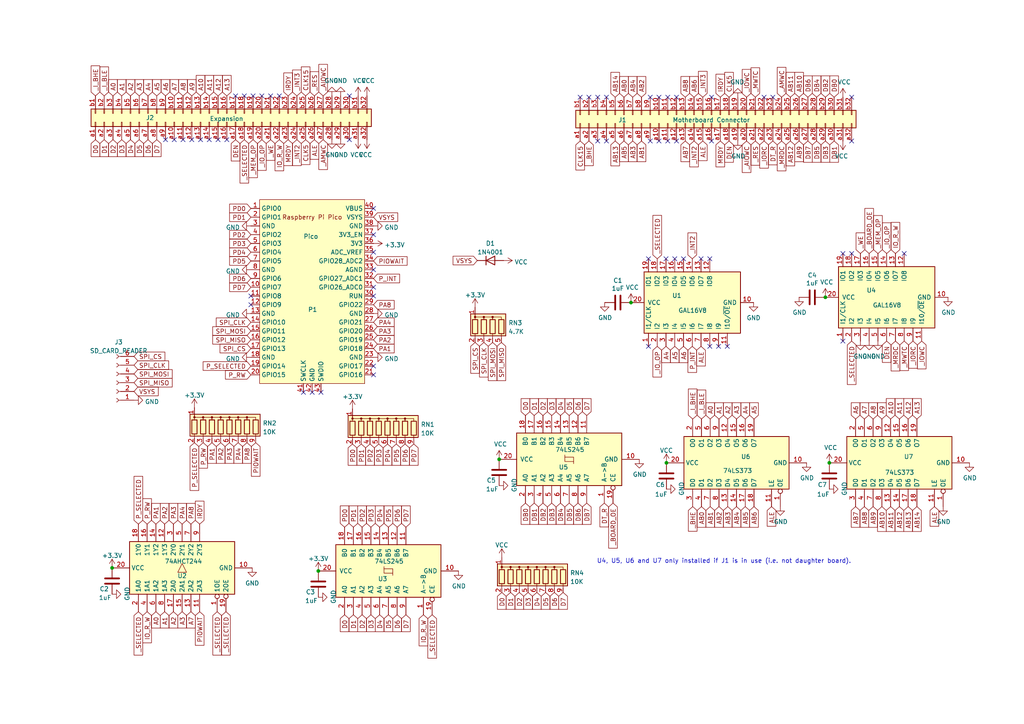
<source format=kicad_sch>
(kicad_sch (version 20211123) (generator eeschema)
  (paper "A4")
  (junction (at 183.007 87.757))
  (junction (at 193.294 134.239))
  (junction (at 144.78 133.223))
  (junction (at 239.395 86.233))
  (junction (at 240.538 134.239))
  (junction (at 92.329 165.608))
  (junction (at 32.512 164.719))
  (no_connect (at 88.011 113.792))
  (no_connect (at 168.275 28.194))
  (no_connect (at 188.087 100.457))
  (no_connect (at 68.326 27.813))
  (no_connect (at 101.346 27.813))
  (no_connect (at 188.595 40.894))
  (no_connect (at 247.015 28.194))
  (no_connect (at 60.706 40.513))
  (no_connect (at 195.707 75.057))
  (no_connect (at 72.771 88.392))
  (no_connect (at 108.331 83.312))
  (no_connect (at 108.331 68.072))
  (no_connect (at 173.355 40.894))
  (no_connect (at 108.331 78.232))
  (no_connect (at 73.406 27.813))
  (no_connect (at 247.015 73.533))
  (no_connect (at 210.947 100.457))
  (no_connect (at 72.771 85.852))
  (no_connect (at 193.675 40.894))
  (no_connect (at 205.867 75.057))
  (no_connect (at 191.135 28.194))
  (no_connect (at 108.331 85.852))
  (no_connect (at 108.331 73.152))
  (no_connect (at 70.866 27.813))
  (no_connect (at 81.026 27.813))
  (no_connect (at 205.867 100.457))
  (no_connect (at 78.486 27.813))
  (no_connect (at 90.551 113.792))
  (no_connect (at 65.786 40.513))
  (no_connect (at 193.167 75.057))
  (no_connect (at 108.331 106.172))
  (no_connect (at 196.215 28.194))
  (no_connect (at 55.626 40.513))
  (no_connect (at 53.086 40.513))
  (no_connect (at 208.407 100.457))
  (no_connect (at 206.375 28.194))
  (no_connect (at 188.087 75.057))
  (no_connect (at 63.246 40.513))
  (no_connect (at 175.895 40.894))
  (no_connect (at 50.546 40.513))
  (no_connect (at 173.355 28.194))
  (no_connect (at 188.595 28.194))
  (no_connect (at 247.015 40.894))
  (no_connect (at 175.895 28.194))
  (no_connect (at 262.255 73.533))
  (no_connect (at 58.166 40.513))
  (no_connect (at 203.327 75.057))
  (no_connect (at 48.006 40.513))
  (no_connect (at 101.346 40.513))
  (no_connect (at 196.215 40.894))
  (no_connect (at 93.091 113.792))
  (no_connect (at 198.247 75.057))
  (no_connect (at 244.475 73.533))
  (no_connect (at 193.675 28.194))
  (no_connect (at 108.331 108.712))
  (no_connect (at 75.946 27.813))
  (no_connect (at 224.155 28.194))
  (no_connect (at 170.815 28.194))
  (no_connect (at 108.331 60.452))
  (no_connect (at 191.135 40.894))
  (no_connect (at 206.375 40.894))
  (no_connect (at 221.615 28.194))
  (no_connect (at 244.475 98.933))
  (text "U4, U5, U6 and U7 only installed if J1 is in use (i.e. not daughter board)." (at 173.101 163.576 0) (effects (font (size 1.27 1.27)) (justify left bottom)))
  (global_label "_SELECTED" (shape input) (at 40.132 177.419 270) (property "Intersheet References" "${INTERSHEET_REFS}" (effects hide)))
  (global_label "DB0" (shape input) (at 152.4 145.923 270) (property "Intersheet References" "${INTERSHEET_REFS}" (effects hide)))
  (global_label "DB5" (shape input) (at 236.855 40.894 270) (property "Intersheet References" "${INTERSHEET_REFS}" (effects hide)))
  (global_label "SPI_MISO" (shape input) (at 38.862 110.998 0) (property "Intersheet References" "${INTERSHEET_REFS}" (effects hide)))
  (global_label "SPI_CLK" (shape input) (at 140.335 99.314 270) (property "Intersheet References" "${INTERSHEET_REFS}" (effects hide)))
  (global_label "_IO_OP" (shape input) (at 75.946 40.513 270) (property "Intersheet References" "${INTERSHEET_REFS}" (effects hide)))
  (global_label "AB1" (shape input) (at 205.994 146.939 270) (property "Intersheet References" "${INTERSHEET_REFS}" (effects hide)))
  (global_label "CLK15" (shape input) (at 88.646 27.813 90) (property "Intersheet References" "${INTERSHEET_REFS}" (effects hide)))
  (global_label "SPI_MOSI" (shape input) (at 142.875 99.314 270) (property "Intersheet References" "${INTERSHEET_REFS}" (effects hide)))
  (global_label "AB9" (shape input) (at 253.238 146.939 270) (property "Intersheet References" "${INTERSHEET_REFS}" (effects hide)))
  (global_label "PA2" (shape input) (at 108.331 98.552 0) (property "Intersheet References" "${INTERSHEET_REFS}" (effects hide)))
  (global_label "AB3" (shape input) (at 211.074 146.939 270) (property "Intersheet References" "${INTERSHEET_REFS}" (effects hide)))
  (global_label "IO_R_W" (shape input) (at 259.715 73.533 90) (property "Intersheet References" "${INTERSHEET_REFS}" (effects hide)))
  (global_label "AB2" (shape input) (at 208.534 146.939 270) (property "Intersheet References" "${INTERSHEET_REFS}" (effects hide)))
  (global_label "PD4" (shape input) (at 112.395 128.778 270) (property "Intersheet References" "${INTERSHEET_REFS}" (effects hide)))
  (global_label "PD0" (shape input) (at 72.771 60.452 180) (property "Intersheet References" "${INTERSHEET_REFS}" (effects hide)))
  (global_label "A11" (shape input) (at 60.706 27.813 90) (property "Intersheet References" "${INTERSHEET_REFS}" (effects hide)))
  (global_label "DEN" (shape input) (at 257.175 98.933 270) (property "Intersheet References" "${INTERSHEET_REFS}" (effects hide)))
  (global_label "SPI_CS" (shape input) (at 137.795 99.314 270) (property "Intersheet References" "${INTERSHEET_REFS}" (effects hide)))
  (global_label "_INT3" (shape input) (at 203.835 28.194 90) (property "Intersheet References" "${INTERSHEET_REFS}" (effects hide)))
  (global_label "AB0" (shape input) (at 203.454 146.939 270) (property "Intersheet References" "${INTERSHEET_REFS}" (effects hide)))
  (global_label "PA3" (shape input) (at 108.331 96.012 0) (property "Intersheet References" "${INTERSHEET_REFS}" (effects hide)))
  (global_label "A9" (shape input) (at 55.626 27.813 90) (property "Intersheet References" "${INTERSHEET_REFS}" (effects hide)))
  (global_label "IRDY" (shape input) (at 83.566 27.813 90) (property "Intersheet References" "${INTERSHEET_REFS}" (effects hide)))
  (global_label "PD2" (shape input) (at 72.771 68.072 180) (property "Intersheet References" "${INTERSHEET_REFS}" (effects hide)))
  (global_label "PD7" (shape input) (at 120.015 128.778 270) (property "Intersheet References" "${INTERSHEET_REFS}" (effects hide)))
  (global_label "P_INT" (shape input) (at 108.331 80.772 0) (property "Intersheet References" "${INTERSHEET_REFS}" (effects hide)))
  (global_label "DEN" (shape input) (at 211.455 40.894 270) (property "Intersheet References" "${INTERSHEET_REFS}" (effects hide)))
  (global_label "_MEM_OP" (shape input) (at 73.406 40.513 270) (property "Intersheet References" "${INTERSHEET_REFS}" (effects hide)))
  (global_label "D7" (shape input) (at 45.466 40.513 270) (property "Intersheet References" "${INTERSHEET_REFS}" (effects hide)))
  (global_label "PD7" (shape input) (at 117.729 152.908 90) (property "Intersheet References" "${INTERSHEET_REFS}" (effects hide)))
  (global_label "_SELECTED" (shape input) (at 247.015 98.933 270) (property "Intersheet References" "${INTERSHEET_REFS}" (effects hide)))
  (global_label "AB10" (shape input) (at 255.778 146.939 270) (property "Intersheet References" "${INTERSHEET_REFS}" (effects hide)))
  (global_label "_SELECTED" (shape input) (at 70.866 40.513 270) (property "Intersheet References" "${INTERSHEET_REFS}" (effects hide)))
  (global_label "PD6" (shape input) (at 72.771 80.772 180) (property "Intersheet References" "${INTERSHEET_REFS}" (effects hide)))
  (global_label "_I_BHE" (shape input) (at 27.686 27.813 90) (property "Intersheet References" "${INTERSHEET_REFS}" (effects hide)))
  (global_label "VSYS" (shape input) (at 38.862 113.538 0) (property "Intersheet References" "${INTERSHEET_REFS}" (effects hide)))
  (global_label "_I_BLE" (shape input) (at 30.226 27.813 90) (property "Intersheet References" "${INTERSHEET_REFS}" (effects hide)))
  (global_label "AB9" (shape input) (at 231.775 40.894 270) (property "Intersheet References" "${INTERSHEET_REFS}" (effects hide)))
  (global_label "AB4" (shape input) (at 183.515 28.194 90) (property "Intersheet References" "${INTERSHEET_REFS}" (effects hide)))
  (global_label "_MRDC" (shape input) (at 226.695 40.894 270) (property "Intersheet References" "${INTERSHEET_REFS}" (effects hide)))
  (global_label "DB5" (shape input) (at 165.1 145.923 270) (property "Intersheet References" "${INTERSHEET_REFS}" (effects hide)))
  (global_label "PD5" (shape input) (at 114.935 128.778 270) (property "Intersheet References" "${INTERSHEET_REFS}" (effects hide)))
  (global_label "VSYS" (shape input) (at 108.331 62.992 0) (property "Intersheet References" "${INTERSHEET_REFS}" (effects hide)))
  (global_label "DB7" (shape input) (at 234.315 40.894 270) (property "Intersheet References" "${INTERSHEET_REFS}" (effects hide)))
  (global_label "D5" (shape input) (at 112.649 178.308 270) (property "Intersheet References" "${INTERSHEET_REFS}" (effects hide)))
  (global_label "AB11" (shape input) (at 229.235 28.194 90) (property "Intersheet References" "${INTERSHEET_REFS}" (effects hide)))
  (global_label "CLK5" (shape input) (at 211.455 28.194 90) (property "Intersheet References" "${INTERSHEET_REFS}" (effects hide)))
  (global_label "DB4" (shape input) (at 236.855 28.194 90) (property "Intersheet References" "${INTERSHEET_REFS}" (effects hide)))
  (global_label "VSYS" (shape input) (at 138.43 75.565 180) (property "Intersheet References" "${INTERSHEET_REFS}" (effects hide)))
  (global_label "A1" (shape input) (at 47.752 177.419 270) (property "Intersheet References" "${INTERSHEET_REFS}" (effects hide)))
  (global_label "D2" (shape input) (at 157.48 120.523 90) (property "Intersheet References" "${INTERSHEET_REFS}" (effects hide)))
  (global_label "A8" (shape input) (at 253.238 121.539 90) (property "Intersheet References" "${INTERSHEET_REFS}" (effects hide)))
  (global_label "PD4" (shape input) (at 72.771 73.152 180) (property "Intersheet References" "${INTERSHEET_REFS}" (effects hide)))
  (global_label "SPI_MISO" (shape input) (at 72.771 98.552 180) (property "Intersheet References" "${INTERSHEET_REFS}" (effects hide)))
  (global_label "AB12" (shape input) (at 260.858 146.939 270) (property "Intersheet References" "${INTERSHEET_REFS}" (effects hide)))
  (global_label "DB4" (shape input) (at 162.56 145.923 270) (property "Intersheet References" "${INTERSHEET_REFS}" (effects hide)))
  (global_label "A6" (shape input) (at 48.006 27.813 90) (property "Intersheet References" "${INTERSHEET_REFS}" (effects hide)))
  (global_label "PIOWAIT" (shape input) (at 74.168 128.397 270) (property "Intersheet References" "${INTERSHEET_REFS}" (effects hide)))
  (global_label "AB13" (shape input) (at 263.398 146.939 270) (property "Intersheet References" "${INTERSHEET_REFS}" (effects hide)))
  (global_label "P_RW" (shape input) (at 42.672 152.019 90) (property "Intersheet References" "${INTERSHEET_REFS}" (effects hide)))
  (global_label "AB0" (shape input) (at 180.975 28.194 90) (property "Intersheet References" "${INTERSHEET_REFS}" (effects hide)))
  (global_label "MRDY" (shape input) (at 83.566 40.513 270) (property "Intersheet References" "${INTERSHEET_REFS}" (effects hide)))
  (global_label "PA8" (shape input) (at 55.372 152.019 90) (property "Intersheet References" "${INTERSHEET_REFS}" (effects hide)))
  (global_label "P_SELECTED" (shape input) (at 56.388 128.397 270) (property "Intersheet References" "${INTERSHEET_REFS}" (effects hide)))
  (global_label "DB0" (shape input) (at 241.935 28.194 90) (property "Intersheet References" "${INTERSHEET_REFS}" (effects hide)))
  (global_label "AB14" (shape input) (at 178.435 28.194 90) (property "Intersheet References" "${INTERSHEET_REFS}" (effects hide)))
  (global_label "PD5" (shape input) (at 72.771 75.692 180) (property "Intersheet References" "${INTERSHEET_REFS}" (effects hide)))
  (global_label "DB1" (shape input) (at 241.935 40.894 270) (property "Intersheet References" "${INTERSHEET_REFS}" (effects hide)))
  (global_label "SPI_MOSI" (shape input) (at 72.771 96.012 180) (property "Intersheet References" "${INTERSHEET_REFS}" (effects hide)))
  (global_label "_MEM_OP" (shape input) (at 254.635 73.533 90) (property "Intersheet References" "${INTERSHEET_REFS}" (effects hide)))
  (global_label "ALE" (shape input) (at 203.835 40.894 270) (property "Intersheet References" "${INTERSHEET_REFS}" (effects hide)))
  (global_label "_BOARD_OE" (shape input) (at 177.8 145.923 270) (property "Intersheet References" "${INTERSHEET_REFS}" (effects hide)))
  (global_label "D7" (shape input) (at 170.18 120.523 90) (property "Intersheet References" "${INTERSHEET_REFS}" (effects hide)))
  (global_label "D5" (shape input) (at 158.242 171.831 270) (property "Intersheet References" "${INTERSHEET_REFS}" (effects hide)))
  (global_label "A0" (shape input) (at 205.994 121.539 90) (property "Intersheet References" "${INTERSHEET_REFS}" (effects hide)))
  (global_label "D0" (shape input) (at 27.686 40.513 270) (property "Intersheet References" "${INTERSHEET_REFS}" (effects hide)))
  (global_label "PD1" (shape input) (at 104.775 128.778 270) (property "Intersheet References" "${INTERSHEET_REFS}" (effects hide)))
  (global_label "PD2" (shape input) (at 107.315 128.778 270) (property "Intersheet References" "${INTERSHEET_REFS}" (effects hide)))
  (global_label "DT_R" (shape input) (at 224.155 40.894 270) (property "Intersheet References" "${INTERSHEET_REFS}" (effects hide)))
  (global_label "_RES" (shape input) (at 219.075 40.894 270) (property "Intersheet References" "${INTERSHEET_REFS}" (effects hide)))
  (global_label "D1" (shape input) (at 148.082 171.831 270) (property "Intersheet References" "${INTERSHEET_REFS}" (effects hide)))
  (global_label "DEN" (shape input) (at 68.326 40.513 270) (property "Intersheet References" "${INTERSHEET_REFS}" (effects hide)))
  (global_label "D4" (shape input) (at 37.846 40.513 270) (property "Intersheet References" "${INTERSHEET_REFS}" (effects hide)))
  (global_label "A12" (shape input) (at 263.398 121.539 90) (property "Intersheet References" "${INTERSHEET_REFS}" (effects hide)))
  (global_label "PD1" (shape input) (at 72.771 62.992 180) (property "Intersheet References" "${INTERSHEET_REFS}" (effects hide)))
  (global_label "A1" (shape input) (at 35.306 27.813 90) (property "Intersheet References" "${INTERSHEET_REFS}" (effects hide)))
  (global_label "DB2" (shape input) (at 157.48 145.923 270) (property "Intersheet References" "${INTERSHEET_REFS}" (effects hide)))
  (global_label "PA1" (shape input) (at 61.468 128.397 270) (property "Intersheet References" "${INTERSHEET_REFS}" (effects hide)))
  (global_label "PA8" (shape input) (at 71.628 128.397 270) (property "Intersheet References" "${INTERSHEET_REFS}" (effects hide)))
  (global_label "AB1" (shape input) (at 186.055 40.894 270) (property "Intersheet References" "${INTERSHEET_REFS}" (effects hide)))
  (global_label "A7" (shape input) (at 250.698 121.539 90) (property "Intersheet References" "${INTERSHEET_REFS}" (effects hide)))
  (global_label "AB6" (shape input) (at 201.295 28.194 90) (property "Intersheet References" "${INTERSHEET_REFS}" (effects hide)))
  (global_label "DB1" (shape input) (at 154.94 145.923 270) (property "Intersheet References" "${INTERSHEET_REFS}" (effects hide)))
  (global_label "PD5" (shape input) (at 112.649 152.908 90) (property "Intersheet References" "${INTERSHEET_REFS}" (effects hide)))
  (global_label "A6" (shape input) (at 248.158 121.539 90) (property "Intersheet References" "${INTERSHEET_REFS}" (effects hide)))
  (global_label "_IO_OP" (shape input) (at 257.175 73.533 90) (property "Intersheet References" "${INTERSHEET_REFS}" (effects hide)))
  (global_label "_SELECTED" (shape input) (at 125.349 178.308 270) (property "Intersheet References" "${INTERSHEET_REFS}" (effects hide)))
  (global_label "ALE" (shape input) (at 203.327 100.457 270) (property "Intersheet References" "${INTERSHEET_REFS}" (effects hide)))
  (global_label "A6" (shape input) (at 198.247 100.457 270) (property "Intersheet References" "${INTERSHEET_REFS}" (effects hide)))
  (global_label "DB6" (shape input) (at 234.315 28.194 90) (property "Intersheet References" "${INTERSHEET_REFS}" (effects hide)))
  (global_label "PD1" (shape input) (at 102.489 152.908 90) (property "Intersheet References" "${INTERSHEET_REFS}" (effects hide)))
  (global_label "_BHE" (shape input) (at 200.914 146.939 270) (property "Intersheet References" "${INTERSHEET_REFS}" (effects hide)))
  (global_label "D0" (shape input) (at 145.542 171.831 270) (property "Intersheet References" "${INTERSHEET_REFS}" (effects hide)))
  (global_label "PIOWAIT" (shape input) (at 108.331 75.692 0) (property "Intersheet References" "${INTERSHEET_REFS}" (effects hide)))
  (global_label "_INT3" (shape input) (at 86.106 27.813 90) (property "Intersheet References" "${INTERSHEET_REFS}" (effects hide)))
  (global_label "A13" (shape input) (at 65.786 27.813 90) (property "Intersheet References" "${INTERSHEET_REFS}" (effects hide)))
  (global_label "A10" (shape input) (at 258.318 121.539 90) (property "Intersheet References" "${INTERSHEET_REFS}" (effects hide)))
  (global_label "AB12" (shape input) (at 229.235 40.894 270) (property "Intersheet References" "${INTERSHEET_REFS}" (effects hide)))
  (global_label "D5" (shape input) (at 165.1 120.523 90) (property "Intersheet References" "${INTERSHEET_REFS}" (effects hide)))
  (global_label "PD7" (shape input) (at 72.771 83.312 180) (property "Intersheet References" "${INTERSHEET_REFS}" (effects hide)))
  (global_label "PD6" (shape input) (at 115.189 152.908 90) (property "Intersheet References" "${INTERSHEET_REFS}" (effects hide)))
  (global_label "D6" (shape input) (at 160.782 171.831 270) (property "Intersheet References" "${INTERSHEET_REFS}" (effects hide)))
  (global_label "AB8" (shape input) (at 250.698 146.939 270) (property "Intersheet References" "${INTERSHEET_REFS}" (effects hide)))
  (global_label "AB8" (shape input) (at 198.755 28.194 90) (property "Intersheet References" "${INTERSHEET_REFS}" (effects hide)))
  (global_label "PIOWAIT" (shape input) (at 57.912 177.419 270) (property "Intersheet References" "${INTERSHEET_REFS}" (effects hide)))
  (global_label "_AMWC" (shape input) (at 93.726 40.513 270) (property "Intersheet References" "${INTERSHEET_REFS}" (effects hide)))
  (global_label "_IOWC" (shape input) (at 267.335 98.933 270) (property "Intersheet References" "${INTERSHEET_REFS}" (effects hide)))
  (global_label "SPI_MOSI" (shape input) (at 38.862 108.458 0) (property "Intersheet References" "${INTERSHEET_REFS}" (effects hide)))
  (global_label "_WE" (shape input) (at 78.486 40.513 270) (property "Intersheet References" "${INTERSHEET_REFS}" (effects hide)))
  (global_label "ALE" (shape input) (at 271.018 146.939 270) (property "Intersheet References" "${INTERSHEET_REFS}" (effects hide)))
  (global_label "AB10" (shape input) (at 231.775 28.194 90) (property "Intersheet References" "${INTERSHEET_REFS}" (effects hide)))
  (global_label "_INT2" (shape input) (at 201.295 40.894 270) (property "Intersheet References" "${INTERSHEET_REFS}" (effects hide)))
  (global_label "AB13" (shape input) (at 178.435 40.894 270) (property "Intersheet References" "${INTERSHEET_REFS}" (effects hide)))
  (global_label "PD3" (shape input) (at 107.569 152.908 90) (property "Intersheet References" "${INTERSHEET_REFS}" (effects hide)))
  (global_label "PA2" (shape input) (at 47.752 152.019 90) (property "Intersheet References" "${INTERSHEET_REFS}" (effects hide)))
  (global_label "DB3" (shape input) (at 239.395 40.894 270) (property "Intersheet References" "${INTERSHEET_REFS}" (effects hide)))
  (global_label "A2" (shape input) (at 37.846 27.813 90) (property "Intersheet References" "${INTERSHEET_REFS}" (effects hide)))
  (global_label "_IOWC" (shape input) (at 216.535 28.194 90) (property "Intersheet References" "${INTERSHEET_REFS}" (effects hide)))
  (global_label "DB7" (shape input) (at 170.18 145.923 270) (property "Intersheet References" "${INTERSHEET_REFS}" (effects hide)))
  (global_label "D4" (shape input) (at 155.702 171.831 270) (property "Intersheet References" "${INTERSHEET_REFS}" (effects hide)))
  (global_label "D3" (shape input) (at 35.306 40.513 270) (property "Intersheet References" "${INTERSHEET_REFS}" (effects hide)))
  (global_label "P_INT" (shape input) (at 200.787 100.457 270) (property "Intersheet References" "${INTERSHEET_REFS}" (effects hide)))
  (global_label "PD0" (shape input) (at 99.949 152.908 90) (property "Intersheet References" "${INTERSHEET_REFS}" (effects hide)))
  (global_label "A3" (shape input) (at 213.614 121.539 90) (property "Intersheet References" "${INTERSHEET_REFS}" (effects hide)))
  (global_label "PD0" (shape input) (at 102.235 128.778 270) (property "Intersheet References" "${INTERSHEET_REFS}" (effects hide)))
  (global_label "D3" (shape input) (at 153.162 171.831 270) (property "Intersheet References" "${INTERSHEET_REFS}" (effects hide)))
  (global_label "_I_BLE" (shape input) (at 203.454 121.539 90) (property "Intersheet References" "${INTERSHEET_REFS}" (effects hide)))
  (global_label "_INT2" (shape input) (at 200.787 75.057 90) (property "Intersheet References" "${INTERSHEET_REFS}" (effects hide)))
  (global_label "IO_R_W" (shape input) (at 122.809 178.308 270) (property "Intersheet References" "${INTERSHEET_REFS}" (effects hide)))
  (global_label "_IORC" (shape input) (at 221.615 40.894 270) (property "Intersheet References" "${INTERSHEET_REFS}" (effects hide)))
  (global_label "ALE" (shape input) (at 223.774 146.939 270) (property "Intersheet References" "${INTERSHEET_REFS}" (effects hide)))
  (global_label "AB5" (shape input) (at 180.975 40.894 270) (property "Intersheet References" "${INTERSHEET_REFS}" (effects hide)))
  (global_label "AB5" (shape input) (at 216.154 146.939 270) (property "Intersheet References" "${INTERSHEET_REFS}" (effects hide)))
  (global_label "A11" (shape input) (at 260.858 121.539 90) (property "Intersheet References" "${INTERSHEET_REFS}" (effects hide)))
  (global_label "A0" (shape input) (at 45.212 177.419 270) (property "Intersheet References" "${INTERSHEET_REFS}" (effects hide)))
  (global_label "A4" (shape input) (at 193.167 100.457 270) (property "Intersheet References" "${INTERSHEET_REFS}" (effects hide)))
  (global_label "P_SELECTED" (shape input) (at 40.132 152.019 90) (property "Intersheet References" "${INTERSHEET_REFS}" (effects hide)))
  (global_label "_MWTC" (shape input) (at 262.255 98.933 270) (property "Intersheet References" "${INTERSHEET_REFS}" (effects hide)))
  (global_label "AB3" (shape input) (at 183.515 40.894 270) (property "Intersheet References" "${INTERSHEET_REFS}" (effects hide)))
  (global_label "DB2" (shape input) (at 239.395 28.194 90) (property "Intersheet References" "${INTERSHEET_REFS}" (effects hide)))
  (global_label "_IORC" (shape input) (at 264.795 98.933 270) (property "Intersheet References" "${INTERSHEET_REFS}" (effects hide)))
  (global_label "A8" (shape input) (at 53.086 27.813 90) (property "Intersheet References" "${INTERSHEET_REFS}" (effects hide)))
  (global_label "D6" (shape input) (at 42.926 40.513 270) (property "Intersheet References" "${INTERSHEET_REFS}" (effects hide)))
  (global_label "_MRDC" (shape input) (at 259.715 98.933 270) (property "Intersheet References" "${INTERSHEET_REFS}" (effects hide)))
  (global_label "MRDY" (shape input) (at 208.915 40.894 270) (property "Intersheet References" "${INTERSHEET_REFS}" (effects hide)))
  (global_label "DB6" (shape input) (at 167.64 145.923 270) (property "Intersheet References" "${INTERSHEET_REFS}" (effects hide)))
  (global_label "D6" (shape input) (at 115.189 178.308 270) (property "Intersheet References" "${INTERSHEET_REFS}" (effects hide)))
  (global_label "D3" (shape input) (at 160.02 120.523 90) (property "Intersheet References" "${INTERSHEET_REFS}" (effects hide)))
  (global_label "SPI_CLK" (shape input) (at 38.862 105.918 0) (property "Intersheet References" "${INTERSHEET_REFS}" (effects hide)))
  (global_label "IRDY" (shape input) (at 57.912 152.019 90) (property "Intersheet References" "${INTERSHEET_REFS}" (effects hide)))
  (global_label "_MWTC" (shape input) (at 219.075 28.194 90) (property "Intersheet References" "${INTERSHEET_REFS}" (effects hide)))
  (global_label "D1" (shape input) (at 154.94 120.523 90) (property "Intersheet References" "${INTERSHEET_REFS}" (effects hide)))
  (global_label "DB3" (shape input) (at 160.02 145.923 270) (property "Intersheet References" "${INTERSHEET_REFS}" (effects hide)))
  (global_label "P_RW" (shape input) (at 58.928 128.397 270) (property "Intersheet References" "${INTERSHEET_REFS}" (effects hide)))
  (global_label "PA4" (shape input) (at 69.088 128.397 270) (property "Intersheet References" "${INTERSHEET_REFS}" (effects hide)))
  (global_label "PA4" (shape input) (at 52.832 152.019 90) (property "Intersheet References" "${INTERSHEET_REFS}" (effects hide)))
  (global_label "PA3" (shape input) (at 66.548 128.397 270) (property "Intersheet References" "${INTERSHEET_REFS}" (effects hide)))
  (global_label "_AIOWC" (shape input) (at 216.535 40.894 270) (property "Intersheet References" "${INTERSHEET_REFS}" (effects hide)))
  (global_label "D0" (shape input) (at 152.4 120.523 90) (property "Intersheet References" "${INTERSHEET_REFS}" (effects hide)))
  (global_label "PD2" (shape input) (at 105.029 152.908 90) (property "Intersheet References" "${INTERSHEET_REFS}" (effects hide)))
  (global_label "AB4" (shape input) (at 213.614 146.939 270) (property "Intersheet References" "${INTERSHEET_REFS}" (effects hide)))
  (global_label "_INT2" (shape input) (at 86.106 40.513 270) (property "Intersheet References" "${INTERSHEET_REFS}" (effects hide)))
  (global_label "PD3" (shape input) (at 109.855 128.778 270) (property "Intersheet References" "${INTERSHEET_REFS}" (effects hide)))
  (global_label "D2" (shape input) (at 32.766 40.513 270) (property "Intersheet References" "${INTERSHEET_REFS}" (effects hide)))
  (global_label "IRDY" (shape input) (at 208.915 28.194 90) (property "Intersheet References" "${INTERSHEET_REFS}" (effects hide)))
  (global_label "AB14" (shape input) (at 265.938 146.939 270) (property "Intersheet References" "${INTERSHEET_REFS}" (effects hide)))
  (global_label "AB11" (shape input) (at 258.318 146.939 270) (property "Intersheet References" "${INTERSHEET_REFS}" (effects hide)))
  (global_label "A3" (shape input) (at 40.386 27.813 90) (property "Intersheet References" "${INTERSHEET_REFS}" (effects hide)))
  (global_label "D5" (shape input) (at 40.386 40.513 270) (property "Intersheet References" "${INTERSHEET_REFS}" (effects hide)))
  (global_label "_WE" (shape input) (at 249.555 73.533 90) (property "Intersheet References" "${INTERSHEET_REFS}" (effects hide)))
  (global_label "A7" (shape input) (at 55.372 177.419 270) (property "Intersheet References" "${INTERSHEET_REFS}" (effects hide)))
  (global_label "_IO_OP" (shape input) (at 190.627 100.457 270) (property "Intersheet References" "${INTERSHEET_REFS}" (effects hide)))
  (global_label "D2" (shape input) (at 150.622 171.831 270) (property "Intersheet References" "${INTERSHEET_REFS}" (effects hide)))
  (global_label "A2" (shape input) (at 50.292 177.419 270) (property "Intersheet References" "${INTERSHEET_REFS}" (effects hide)))
  (global_label "A9" (shape input) (at 255.778 121.539 90) (property "Intersheet References" "${INTERSHEET_REFS}" (effects hide)))
  (global_label "D1" (shape input) (at 30.226 40.513 270) (property "Intersheet References" "${INTERSHEET_REFS}" (effects hide)))
  (global_label "D4" (shape input) (at 110.109 178.308 270) (property "Intersheet References" "${INTERSHEET_REFS}" (effects hide)))
  (global_label "A3" (shape input) (at 52.832 177.419 270) (property "Intersheet References" "${INTERSHEET_REFS}" (effects hide)))
  (global_label "DT_R" (shape input) (at 175.26 145.923 270) (property "Intersheet References" "${INTERSHEET_REFS}" (effects hide)))
  (global_label "_SELECTED" (shape input) (at 190.627 75.057 90) (property "Intersheet References" "${INTERSHEET_REFS}" (effects hide)))
  (global_label "_AIOWC" (shape input) (at 93.726 27.813 90) (property "Intersheet References" "${INTERSHEET_REFS}" (effects hide)))
  (global_label "ALE" (shape input) (at 91.186 40.513 270) (property "Intersheet References" "${INTERSHEET_REFS}" (effects hide)))
  (global_label "_I_BHE" (shape input) (at 200.914 121.539 90) (property "Intersheet References" "${INTERSHEET_REFS}" (effects hide)))
  (global_label "A12" (shape input) (at 63.246 27.813 90) (property "Intersheet References" "${INTERSHEET_REFS}" (effects hide)))
  (global_label "_SELECTED" (shape input) (at 62.992 177.419 270) (property "Intersheet References" "${INTERSHEET_REFS}" (effects hide)))
  (global_label "_AMWC" (shape input) (at 226.695 28.194 90) (property "Intersheet References" "${INTERSHEET_REFS}" (effects hide)))
  (global_label "PA1" (shape input) (at 45.212 152.019 90) (property "Intersheet References" "${INTERSHEET_REFS}" (effects hide)))
  (global_label "A1" (shape input) (at 208.534 121.539 90) (property "Intersheet References" "${INTERSHEET_REFS}" (effects hide)))
  (global_label "A2" (shape input) (at 211.074 121.539 90) (property "Intersheet References" "${INTERSHEET_REFS}" (effects hide)))
  (global_label "A5" (shape input) (at 195.707 100.457 270) (property "Intersheet References" "${INTERSHEET_REFS}" (effects hide)))
  (global_label "PD4" (shape input) (at 110.109 152.908 90) (property "Intersheet References" "${INTERSHEET_REFS}" (effects hide)))
  (global_label "_BOARD_OE" (shape input) (at 252.095 73.533 90) (property "Intersheet References" "${INTERSHEET_REFS}" (effects hide)))
  (global_label "_RES" (shape input) (at 91.186 27.813 90) (property "Intersheet References" "${INTERSHEET_REFS}" (effects hide)))
  (global_label "CLK15" (shape input) (at 168.275 40.894 270) (property "Intersheet References" "${INTERSHEET_REFS}" (effects hide)))
  (global_label "D1" (shape input) (at 102.489 178.308 270) (property "Intersheet References" "${INTERSHEET_REFS}" (effects hide)))
  (global_label "A10" (shape input) (at 58.166 27.813 90) (property "Intersheet References" "${INTERSHEET_REFS}" (effects hide)))
  (global_label "PA2" (shape input) (at 64.008 128.397 270) (property "Intersheet References" "${INTERSHEET_REFS}" (effects hide)))
  (global_label "P_SELECTED" (shape input) (at 72.771 106.172 180) (property "Intersheet References" "${INTERSHEET_REFS}" (effects hide)))
  (global_label "A13" (shape input) (at 265.938 121.539 90) (property "Intersheet References" "${INTERSHEET_REFS}" (effects hide)))
  (global_label "D6" (shape input) (at 167.64 120.523 90) (property "Intersheet References" "${INTERSHEET_REFS}" (effects hide)))
  (global_label "SPI_MISO" (shape input) (at 145.415 99.314 270) (property "Intersheet References" "${INTERSHEET_REFS}" (effects hide)))
  (global_label "D7" (shape input) (at 117.729 178.308 270) (property "Intersheet References" "${INTERSHEET_REFS}" (effects hide)))
  (global_label "PA4" (shape input) (at 108.331 93.472 0) (property "Intersheet References" "${INTERSHEET_REFS}" (effects hide)))
  (global_label "AB2" (shape input) (at 186.055 28.194 90) (property "Intersheet References" "${INTERSHEET_REFS}" (effects hide)))
  (global_label "IO_R_W" (shape input) (at 42.672 177.419 270) (property "Intersheet References" "${INTERSHEET_REFS}" (effects hide)))
  (global_label "PD6" (shape input) (at 117.475 128.778 270) (property "Intersheet References" "${INTERSHEET_REFS}" (effects hide)))
  (global_label "A5" (shape input) (at 45.466 27.813 90) (property "Intersheet References" "${INTERSHEET_REFS}" (effects hide)))
  (global_label "A4" (shape input) (at 42.926 27.813 90) (property "Intersheet References" "${INTERSHEET_REFS}" (effects hide)))
  (global_label "D7" (shape input) (at 163.322 171.831 270) (property "Intersheet References" "${INTERSHEET_REFS}" (effects hide)))
  (global_label "AB6" (shape input) (at 218.694 146.939 270) (property "Intersheet References" "${INTERSHEET_REFS}" (effects hide)))
  (global_label "D2" (shape input) (at 105.029 178.308 270) (property "Intersheet References" "${INTERSHEET_REFS}" (effects hide)))
  (global_label "CLK5" (shape input) (at 88.646 40.513 270) (property "Intersheet References" "${INTERSHEET_REFS}" (effects hide)))
  (global_label "SPI_CS" (shape input) (at 72.771 101.092 180) (property "Intersheet References" "${INTERSHEET_REFS}" (effects hide)))
  (global_label "A4" (shape input) (at 216.154 121.539 90) (property "Intersheet References" "${INTERSHEET_REFS}" (effects hide)))
  (global_label "PD3" (shape input) (at 72.771 70.612 180) (property "Intersheet References" "${INTERSHEET_REFS}" (effects hide)))
  (global_label "_BHE" (shape input) (at 170.815 40.894 270) (property "Intersheet References" "${INTERSHEET_REFS}" (effects hide)))
  (global_label "_SELECTED" (shape input) (at 65.532 177.419 270) (property "Intersheet References" "${INTERSHEET_REFS}" (effects hide)))
  (global_label "D3" (shape input) (at 107.569 178.308 270) (property "Intersheet References" "${INTERSHEET_REFS}" (effects hide)))
  (global_label "A0" (shape input) (at 32.766 27.813 90) (property "Intersheet References" "${INTERSHEET_REFS}" (effects hide)))
  (global_label "IO_R_W" (shape input) (at 81.026 40.513 270) (property "Intersheet References" "${INTERSHEET_REFS}" (effects hide)))
  (global_label "P_RW" (shape input) (at 72.771 108.712 180) (property "Intersheet References" "${INTERSHEET_REFS}" (effects hide)))
  (global_label "PA8" (shape input) (at 108.331 88.392 0) (property "Intersheet References" "${INTERSHEET_REFS}" (effects hide)))
  (global_label "PA1" (shape input) (at 108.331 101.092 0) (property "Intersheet References" "${INTERSHEET_REFS}" (effects hide)))
  (global_label "SPI_CLK" (shape input) (at 72.771 93.472 180) (property "Intersheet References" "${INTERSHEET_REFS}" (effects hide)))
  (global_label "AB7" (shape input) (at 248.158 146.939 270) (property "Intersheet References" "${INTERSHEET_REFS}" (effects hide)))
  (global_label "A7" (shape input) (at 50.546 27.813 90) (property "Intersheet References" "${INTERSHEET_REFS}" (effects hide)))
  (global_label "D4" (shape input) (at 162.56 120.523 90) (property "Intersheet References" "${INTERSHEET_REFS}" (effects hide)))
  (global_label "PA3" (shape input) (at 50.292 152.019 90) (property "Intersheet References" "${INTERSHEET_REFS}" (effects hide)))
  (global_label "D0" (shape input) (at 99.949 178.308 270) (property "Intersheet References" "${INTERSHEET_REFS}" (effects hide)))
  (global_label "SPI_CS" (shape input) (at 38.862 103.378 0) (property "Intersheet References" "${INTERSHEET_REFS}" (effects hide)))
  (global_label "AB7" (shape input) (at 198.755 40.894 270) (property "Intersheet References" "${INTERSHEET_REFS}" (effects hide)))
  (global_label "A5" (shape input) (at 218.694 121.539 90) (property "Intersheet References" "${INTERSHEET_REFS}" (effects hide)))
  (symbol (lib_id "power:GND") (at 144.78 140.843 90) (unit 1)
    (property "Reference" "#PWR0127" (effects hide))
    (property "Value" "GND" (at 149.1742 140.716 0))
  )
  (symbol (lib_id "Device:C") (at 32.512 168.529 0) (unit 1)
    (property "Reference" "C2" (at 30.226 170.815 0))
    (property "Value" "1uF" (at 30.48 173.355 0))
    (property "Footprint" "Capacitor_SMD:C_0805_2012Metric" (effects hide))
  )
  (symbol (lib_id "power:VCC") (at 244.475 28.194 0) (unit 1)
    (property "Reference" "#PWR0121" (effects hide))
    (property "Value" "VCC" (at 244.856 23.7998 0))
  )
  (symbol (lib_id "power:GND") (at 226.314 146.939 0) (unit 1)
    (property "Reference" "#PWR0106" (effects hide))
    (property "Value" "GND" (at 226.441 151.3332 0))
  )
  (symbol (lib_id "power:+3.3V") (at 32.512 164.719 0) (unit 1)
    (property "Reference" "#PWR0143" (effects hide))
    (property "Value" "+3.3V" (at 32.512 161.1432 0))
  )
  (symbol (lib_id "Logic_Programmable:GAL16V8") (at 200.787 87.757 90) (unit 1)
    (property "Reference" "U1" (at 194.945 85.725 90) (effects (justify right)))
    (property "Value" "GAL16V8" (at 196.723 90.043 90) (effects (justify right)))
    (property "Footprint" "Package_DIP:DIP-20_W7.62mm_Socket" (effects hide))
  )
  (symbol (lib_id "power:GND") (at 108.331 90.932 90) (unit 1)
    (property "Reference" "#PWR07" (effects hide))
    (property "Value" "GND" (at 111.506 91.3658 90) (effects (justify right)))
  )
  (symbol (lib_id "power:GND") (at 281.178 134.239 0) (unit 1)
    (property "Reference" "#PWR0109" (effects hide))
    (property "Value" "GND" (at 281.305 138.6332 0))
  )
  (symbol (lib_id "power:GND") (at 96.266 40.513 0) (unit 1)
    (property "Reference" "#PWR0137" (effects hide))
    (property "Value" "GND" (at 96.393 44.9072 0))
  )
  (symbol (lib_id "Diode:1N4001") (at 142.24 75.565 0) (unit 1)
    (property "Reference" "D1" (at 142.24 70.5952 0))
    (property "Value" "1N4001" (at 142.24 73.1321 0))
    (property "Footprint" "Diode_THT:D_DO-41_SOD81_P10.16mm_Horizontal" (effects hide))
    (property "Datasheet" "http://www.vishay.com/docs/88503/1n4001.pdf" (effects hide))
  )
  (symbol (lib_id "power:VCC") (at 106.426 40.513 180) (unit 1)
    (property "Reference" "#PWR0130" (effects hide))
    (property "Value" "VCC" (at 106.045 44.9072 0))
  )
  (symbol (lib_id "74xx:74LS245") (at 112.649 165.608 90) (unit 1)
    (property "Reference" "U3" (at 109.601 167.894 90) (effects (justify right)))
    (property "Value" "74LS245" (at 108.585 162.814 90) (effects (justify right)))
    (property "Footprint" "Package_DIP:DIP-20_W7.62mm_Socket" (effects hide))
    (property "Datasheet" "http://www.ti.com/lit/gpn/sn74LS245" (effects hide))
  )
  (symbol (lib_id "power:GND") (at 72.771 65.532 270) (unit 1)
    (property "Reference" "#PWR03" (effects hide))
    (property "Value" "GND" (at 69.5961 65.9658 90) (effects (justify right)))
  )
  (symbol (lib_id "power:GND") (at 231.775 86.233 0) (unit 1)
    (property "Reference" "#PWR0112" (effects hide))
    (property "Value" "GND" (at 231.902 90.6272 0))
  )
  (symbol (lib_id "power:+3.3V") (at 137.795 89.154 0) (unit 1)
    (property "Reference" "#PWR0123" (effects hide))
    (property "Value" "+3.3V" (at 137.795 85.5782 0))
  )
  (symbol (lib_id "power:GND") (at 38.862 116.078 90) (unit 1)
    (property "Reference" "#PWR0144" (effects hide))
    (property "Value" "GND" (at 42.037 116.5118 90) (effects (justify right)))
  )
  (symbol (lib_id "power:VCC") (at 106.426 27.813 0) (unit 1)
    (property "Reference" "#PWR0131" (effects hide))
    (property "Value" "VCC" (at 106.807 23.4188 0))
  )
  (symbol (lib_id "Device:C") (at 144.78 137.033 0) (unit 1)
    (property "Reference" "C5" (at 142.494 139.319 0))
    (property "Value" "1uF" (at 142.748 141.859 0))
    (property "Footprint" "Capacitor_SMD:C_0805_2012Metric" (effects hide))
  )
  (symbol (lib_id "Connector:Conn_01x06_Female") (at 33.782 110.998 180) (unit 1)
    (property "Reference" "J3" (at 34.417 99.221 0))
    (property "Value" "SD_CARD_READER" (at 34.417 101.7579 0))
    (property "Footprint" "Connector_PinSocket_2.54mm:PinSocket_1x06_P2.54mm_Horizontal" (effects hide))
  )
  (symbol (lib_id "power:+3.3V") (at 92.329 165.608 0) (unit 1)
    (property "Reference" "#PWR0135" (effects hide))
    (property "Value" "+3.3V" (at 92.329 162.0322 0))
  )
  (symbol (lib_id "power:VCC") (at 239.395 86.233 0) (unit 1)
    (property "Reference" "#PWR0113" (effects hide))
    (property "Value" "VCC" (at 239.776 81.8388 0))
  )
  (symbol (lib_id "Device:R_Network08") (at 155.702 166.751 0) (unit 1)
    (property "Reference" "RN4" (at 165.354 166.1703 0) (effects (justify left)))
    (property "Value" "10K" (at 165.354 168.7072 0) (effects (justify left)))
    (property "Footprint" "Resistor_THT:R_Array_SIP9" (effects hide))
    (property "Datasheet" "http://www.vishay.com/docs/31509/csc.pdf" (effects hide))
  )
  (symbol (lib_id "Device:R_Network08") (at 66.548 123.317 0) (unit 1)
    (property "Reference" "RN2" (at 76.2 122.7363 0) (effects (justify left)))
    (property "Value" "10K" (at 76.2 125.2732 0) (effects (justify left)))
    (property "Footprint" "Resistor_THT:R_Array_SIP9" (effects hide))
    (property "Datasheet" "http://www.vishay.com/docs/31509/csc.pdf" (effects hide))
  )
  (symbol (lib_id "power:GND") (at 72.771 103.632 270) (unit 1)
    (property "Reference" "#PWR06" (effects hide))
    (property "Value" "GND" (at 69.5961 104.0658 90) (effects (justify right)))
  )
  (symbol (lib_id "Device:C") (at 92.329 169.418 0) (unit 1)
    (property "Reference" "C3" (at 90.043 171.704 0))
    (property "Value" "1uF" (at 90.297 174.244 0))
    (property "Footprint" "Capacitor_SMD:C_0805_2012Metric" (effects hide))
  )
  (symbol (lib_id "power:VCC") (at 183.007 87.757 0) (unit 1)
    (property "Reference" "#PWR0110" (effects hide))
    (property "Value" "VCC" (at 183.388 83.3628 0))
  )
  (symbol (lib_id "power:GND") (at 185.42 133.223 0) (unit 1)
    (property "Reference" "#PWR0104" (effects hide))
    (property "Value" "GND" (at 185.547 137.6172 0))
  )
  (symbol (lib_id "74xx:74LS373") (at 260.858 134.239 90) (unit 1)
    (property "Reference" "U7" (at 264.922 132.461 90) (effects (justify left)))
    (property "Value" "74LS373" (at 265.176 137.033 90) (effects (justify left)))
    (property "Footprint" "Package_DIP:DIP-20_W7.62mm_Socket" (effects hide))
    (property "Datasheet" "http://www.ti.com/lit/gpn/sn74LS373" (effects hide))
  )
  (symbol (lib_id "74xx:74AHCT244") (at 52.832 164.719 90) (unit 1)
    (property "Reference" "U2" (at 52.832 167.005 90))
    (property "Value" "74AHCT244" (at 53.213 162.814 90))
    (property "Footprint" "Package_DIP:DIP-20_W7.62mm_Socket" (effects hide))
    (property "Datasheet" "https://assets.nexperia.com/documents/data-sheet/74AHC_AHCT244.pdf" (effects hide))
  )
  (symbol (lib_id "power:GND") (at 132.969 165.608 0) (unit 1)
    (property "Reference" "#PWR0134" (effects hide))
    (property "Value" "GND" (at 133.096 170.0022 0))
  )
  (symbol (lib_id "power:GND") (at 72.771 90.932 270) (unit 1)
    (property "Reference" "#PWR05" (effects hide))
    (property "Value" "GND" (at 69.5961 91.3658 90) (effects (justify right)))
  )
  (symbol (lib_id "power:GND") (at 193.294 141.859 90) (unit 1)
    (property "Reference" "#PWR0105" (effects hide))
    (property "Value" "GND" (at 197.6882 141.732 0))
  )
  (symbol (lib_id "power:GND") (at 98.806 40.513 0) (unit 1)
    (property "Reference" "#PWR0141" (effects hide))
    (property "Value" "GND" (at 98.933 44.9072 0))
  )
  (symbol (lib_id "power:VCC") (at 144.78 133.223 0) (unit 1)
    (property "Reference" "#PWR0128" (effects hide))
    (property "Value" "VCC" (at 145.161 128.8288 0))
  )
  (symbol (lib_id "power:GND") (at 254.635 98.933 0) (unit 1)
    (property "Reference" "#PWR0115" (effects hide))
    (property "Value" "GND" (at 254.635 103.3764 0))
  )
  (symbol (lib_id "power:GND") (at 32.512 172.339 90) (unit 1)
    (property "Reference" "#PWR0133" (effects hide))
    (property "Value" "GND" (at 36.9062 172.212 0))
  )
  (symbol (lib_id "Device:C") (at 179.197 87.757 270) (unit 1)
    (property "Reference" "C1" (at 179.197 81.3562 90))
    (property "Value" "1uF" (at 179.197 83.6676 90))
    (property "Footprint" "Capacitor_SMD:C_0805_2012Metric" (effects hide))
  )
  (symbol (lib_id "Connector_Generic:Conn_02x32_Row_Letter_First") (at 206.375 35.814 90) (unit 1)
    (property "Reference" "J1" (at 181.737 34.798 90) (effects (justify left)))
    (property "Value" "Motherboard Connector" (at 217.551 34.798 90) (effects (justify left)))
    (property "Footprint" "Connector_DIN:DIN41612_B_2x32_Male_Horizontal_THT" (effects hide))
  )
  (symbol (lib_id "power:GND") (at 98.806 27.813 180) (unit 1)
    (property "Reference" "#PWR0139" (effects hide))
    (property "Value" "GND" (at 98.679 23.4188 0))
  )
  (symbol (lib_id "power:GND") (at 249.555 98.933 0) (unit 1)
    (property "Reference" "#PWR0114" (effects hide))
    (property "Value" "GND" (at 249.555 103.3764 0))
  )
  (symbol (lib_id "power:GND") (at 108.331 65.532 90) (unit 1)
    (property "Reference" "#PWR0129" (effects hide))
    (property "Value" "GND" (at 111.506 65.9658 90) (effects (justify right)))
  )
  (symbol (lib_id "power:GND") (at 218.567 87.757 0) (unit 1)
    (property "Reference" "#PWR0107" (effects hide))
    (property "Value" "GND" (at 218.567 92.2004 0))
  )
  (symbol (lib_id "power:GND") (at 213.995 28.194 180) (unit 1)
    (property "Reference" "#PWR0120" (effects hide))
    (property "Value" "GND" (at 213.868 23.7998 0))
  )
  (symbol (lib_id "power:GND") (at 96.266 27.813 180) (unit 1)
    (property "Reference" "#PWR0138" (effects hide))
    (property "Value" "GND" (at 96.139 23.4188 0))
  )
  (symbol (lib_id "Device:R_Network04") (at 142.875 94.234 0) (unit 1)
    (property "Reference" "RN3" (at 147.447 93.6533 0) (effects (justify left)))
    (property "Value" "4.7K" (at 147.447 96.1902 0) (effects (justify left)))
    (property "Footprint" "Resistor_THT:R_Array_SIP5" (effects hide))
    (property "Datasheet" "http://www.vishay.com/docs/31509/csc.pdf" (effects hide))
  )
  (symbol (lib_id "Logic_Programmable:GAL16V8") (at 257.175 86.233 90) (unit 1)
    (property "Reference" "U4" (at 251.333 84.201 90) (effects (justify right)))
    (property "Value" "GAL16V8" (at 253.111 88.519 90) (effects (justify right)))
    (property "Footprint" "Package_DIP:DIP-20_W7.62mm_Socket" (effects hide))
  )
  (symbol (lib_id "power:GND") (at 175.387 87.757 0) (unit 1)
    (property "Reference" "#PWR0111" (effects hide))
    (property "Value" "GND" (at 175.514 92.1512 0))
  )
  (symbol (lib_id "power:VCC") (at 240.538 134.239 0) (unit 1)
    (property "Reference" "#PWR0101" (effects hide))
    (property "Value" "VCC" (at 240.919 129.8448 0))
  )
  (symbol (lib_id "power:VCC") (at 244.475 40.894 180) (unit 1)
    (property "Reference" "#PWR0122" (effects hide))
    (property "Value" "VCC" (at 244.094 45.2882 0))
  )
  (symbol (lib_id "power:VCC") (at 146.05 75.565 270) (unit 1)
    (property "Reference" "#PWR0126" (effects hide))
    (property "Value" "VCC" (at 149.225 75.9988 90) (effects (justify left)))
  )
  (symbol (lib_id "power:GND") (at 72.771 78.232 270) (unit 1)
    (property "Reference" "#PWR04" (effects hide))
    (property "Value" "GND" (at 69.5961 78.6658 90) (effects (justify right)))
  )
  (symbol (lib_id "74xx:74LS245") (at 165.1 133.223 90) (unit 1)
    (property "Reference" "U5" (at 162.052 135.509 90) (effects (justify right)))
    (property "Value" "74LS245" (at 161.036 130.429 90) (effects (justify right)))
    (property "Footprint" "Package_DIP:DIP-20_W7.62mm_Socket" (effects hide))
    (property "Datasheet" "http://www.ti.com/lit/gpn/sn74LS245" (effects hide))
  )
  (symbol (lib_id "Connector_Generic:Conn_02x32_Row_Letter_First") (at 65.786 35.433 90) (unit 1)
    (property "Reference" "J2" (at 44.704 34.163 90) (effects (justify left)))
    (property "Value" "Expansion" (at 70.612 34.417 90) (effects (justify left)))
    (property "Footprint" "Connector_DIN:DIN41612_B_2x32_Female_Vertical_THT" (effects hide))
  )
  (symbol (lib_id "power:GND") (at 92.329 173.228 90) (unit 1)
    (property "Reference" "#PWR0136" (effects hide))
    (property "Value" "GND" (at 96.7232 173.101 0))
  )
  (symbol (lib_id "power:VCC") (at 103.886 40.513 180) (unit 1)
    (property "Reference" "#PWR0142" (effects hide))
    (property "Value" "VCC" (at 103.505 44.9072 0))
  )
  (symbol (lib_id "power:GND") (at 233.934 134.239 0) (unit 1)
    (property "Reference" "#PWR0103" (effects hide))
    (property "Value" "GND" (at 234.061 138.6332 0))
  )
  (symbol (lib_id "power:GND") (at 240.538 141.859 90) (unit 1)
    (property "Reference" "#PWR0102" (effects hide))
    (property "Value" "GND" (at 244.9322 141.732 0))
  )
  (symbol (lib_id "power:+3.3V") (at 108.331 70.612 270) (unit 1)
    (property "Reference" "#PWR0125" (effects hide))
    (property "Value" "+3.3V" (at 111.506 71.0458 90) (effects (justify left)))
  )
  (symbol (lib_id "power:VCC") (at 103.886 27.813 0) (unit 1)
    (property "Reference" "#PWR0140" (effects hide))
    (property "Value" "VCC" (at 104.267 23.4188 0))
  )
  (symbol (lib_id "Device:C") (at 193.294 138.049 0) (unit 1)
    (property "Reference" "C6" (at 191.516 140.589 0))
    (property "Value" "1uF" (at 191.77 143.383 0))
    (property "Footprint" "Capacitor_SMD:C_0805_2012Metric" (effects hide))
  )
  (symbol (lib_id "power:GND") (at 108.331 103.632 90) (unit 1)
    (property "Reference" "#PWR08" (effects hide))
    (property "Value" "GND" (at 111.506 104.0658 90) (effects (justify right)))
  )
  (symbol (lib_id "power:+3.3V") (at 102.235 118.618 0) (unit 1)
    (property "Reference" "#PWR02" (effects hide))
    (property "Value" "+3.3V" (at 102.235 115.0422 0))
  )
  (symbol (lib_id "power:GND") (at 213.995 40.894 0) (unit 1)
    (property "Reference" "#PWR0119" (effects hide))
    (property "Value" "GND" (at 214.122 45.2882 0))
  )
  (symbol (lib_id "power:VCC") (at 145.542 161.671 0) (unit 1)
    (property "Reference" "#PWR0124" (effects hide))
    (property "Value" "VCC" (at 145.542 158.0952 0))
  )
  (symbol (lib_id "Device:R_Network08") (at 112.395 123.698 0) (unit 1)
    (property "Reference" "RN1" (at 122.047 123.1173 0) (effects (justify left)))
    (property "Value" "10K" (at 122.047 125.6542 0) (effects (justify left)))
    (property "Footprint" "Resistor_THT:R_Array_SIP9" (effects hide))
    (property "Datasheet" "http://www.vishay.com/docs/31509/csc.pdf" (effects hide))
  )
  (symbol (lib_id "power:GND") (at 73.152 164.719 0) (unit 1)
    (property "Reference" "#PWR0132" (effects hide))
    (property "Value" "GND" (at 73.152 169.1624 0))
  )
  (symbol (lib_id "power:+3.3V") (at 56.388 118.237 0) (unit 1)
    (property "Reference" "#PWR01" (effects hide))
    (property "Value" "+3.3V" (at 56.388 114.6612 0))
  )
  (symbol (lib_id "power:GND") (at 274.955 86.233 0) (unit 1)
    (property "Reference" "#PWR0118" (effects hide))
    (property "Value" "GND" (at 275.082 90.6272 0))
  )
  (symbol (lib_id "power:GND") (at 252.095 98.933 0) (unit 1)
    (property "Reference" "#PWR0116" (effects hide))
    (property "Value" "GND" (at 252.095 103.3764 0))
  )
  (symbol (lib_id "Device:C") (at 240.538 138.049 0) (unit 1)
    (property "Reference" "C7" (at 238.506 140.589 0))
    (property "Value" "1uF" (at 238.76 143.383 0))
    (property "Footprint" "Capacitor_SMD:C_0805_2012Metric" (effects hide))
  )
  (symbol (lib_id "74xx:74LS373") (at 213.614 134.239 90) (unit 1)
    (property "Reference" "U6" (at 217.678 132.461 90) (effects (justify left)))
    (property "Value" "74LS373" (at 218.186 136.525 90) (effects (justify left)))
    (property "Footprint" "Package_DIP:DIP-20_W7.62mm_Socket" (effects hide))
    (property "Datasheet" "http://www.ti.com/lit/gpn/sn74LS373" (effects hide))
  )
  (symbol (lib_id "power:VCC") (at 193.294 134.239 0) (unit 1)
    (property "Reference" "#PWR0117" (effects hide))
    (property "Value" "VCC" (at 193.294 130.6632 0))
  )
  (symbol (lib_id "MCU_RaspberryPi_and_Boards:Pico") (at 90.551 84.582 0) (unit 1)
    (property "Reference" "P1" (at 90.678 89.789 0))
    (property "Value" "Pico" (at 90.17 68.58 0))
    (property "Footprint" "MCU_RaspberryPi_and_Boards:RPi_Pico_SMD_TH" (effects hide))
  )
  (symbol (lib_id "power:GND") (at 273.558 146.939 0) (unit 1)
    (property "Reference" "#PWR0108" (effects hide))
    (property "Value" "GND" (at 273.685 151.3332 0))
  )
  (symbol (lib_id "Device:C") (at 235.585 86.233 270) (unit 1)
    (property "Reference" "C4" (at 235.585 79.8322 90))
    (property "Value" "1uF" (at 235.585 82.1436 90))
    (property "Footprint" "Capacitor_SMD:C_0805_2012Metric" (effects hide))
  )
)
</source>
